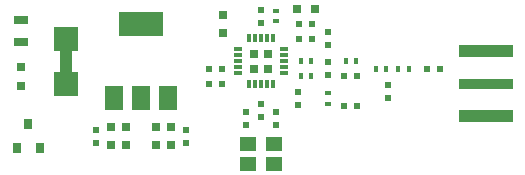
<source format=gbr>
%TF.GenerationSoftware,KiCad,Pcbnew,(5.1.6)-1*%
%TF.CreationDate,2020-07-26T08:56:46-05:00*%
%TF.ProjectId,nanoRT,6e616e6f-5254-42e6-9b69-6361645f7063,rev?*%
%TF.SameCoordinates,Original*%
%TF.FileFunction,Paste,Top*%
%TF.FilePolarity,Positive*%
%FSLAX46Y46*%
G04 Gerber Fmt 4.6, Leading zero omitted, Abs format (unit mm)*
G04 Created by KiCad (PCBNEW (5.1.6)-1) date 2020-07-26 08:56:46*
%MOMM*%
%LPD*%
G01*
G04 APERTURE LIST*
%ADD10R,1.998980X1.998980*%
%ADD11R,1.000000X2.000000*%
%ADD12R,4.560000X0.850000*%
%ADD13R,4.560000X1.000000*%
%ADD14R,0.600000X0.500000*%
%ADD15R,0.500000X0.600000*%
%ADD16R,0.750000X0.800000*%
%ADD17R,0.800000X0.750000*%
%ADD18R,0.800000X0.800000*%
%ADD19R,0.400000X0.600000*%
%ADD20R,0.600000X0.400000*%
%ADD21R,0.800000X0.900000*%
%ADD22R,1.300000X0.700000*%
%ADD23R,0.750000X0.750000*%
%ADD24R,0.300000X0.730000*%
%ADD25R,0.730000X0.300000*%
%ADD26R,1.500000X2.000000*%
%ADD27R,3.800000X2.000000*%
%ADD28R,1.400000X1.200000*%
G04 APERTURE END LIST*
D10*
%TO.C,JP1*%
X111760000Y-91440000D03*
X111760000Y-87630000D03*
D11*
X111760000Y-88900000D03*
X111760000Y-90170000D03*
%TD*%
D12*
%TO.C,J5*%
X147320000Y-91440000D03*
D13*
X147320000Y-94210000D03*
X147320000Y-88670000D03*
%TD*%
D14*
%TO.C,C1*%
X125010000Y-91440000D03*
X123910000Y-91440000D03*
%TD*%
D15*
%TO.C,C2*%
X127000000Y-93811000D03*
X127000000Y-94911000D03*
%TD*%
D16*
%TO.C,C3*%
X125095000Y-85610000D03*
X125095000Y-87110000D03*
%TD*%
D15*
%TO.C,C4*%
X129540000Y-94911000D03*
X129540000Y-93811000D03*
%TD*%
D14*
%TO.C,C5*%
X125010000Y-90170000D03*
X123910000Y-90170000D03*
%TD*%
D15*
%TO.C,C6*%
X128270000Y-85175000D03*
X128270000Y-86275000D03*
%TD*%
D16*
%TO.C,C7*%
X120650000Y-95135000D03*
X120650000Y-96635000D03*
%TD*%
D15*
%TO.C,C8*%
X128270000Y-93176000D03*
X128270000Y-94276000D03*
%TD*%
D16*
%TO.C,C9*%
X119380000Y-95135000D03*
X119380000Y-96635000D03*
%TD*%
D15*
%TO.C,C10*%
X131445000Y-92160000D03*
X131445000Y-93260000D03*
%TD*%
D14*
%TO.C,C11*%
X132630000Y-87630000D03*
X131530000Y-87630000D03*
%TD*%
D15*
%TO.C,C12*%
X133985000Y-90720000D03*
X133985000Y-89620000D03*
%TD*%
D14*
%TO.C,C13*%
X131530000Y-86360000D03*
X132630000Y-86360000D03*
%TD*%
D15*
%TO.C,C14*%
X133985000Y-88180000D03*
X133985000Y-87080000D03*
%TD*%
D14*
%TO.C,C15*%
X135340000Y-93345000D03*
X136440000Y-93345000D03*
%TD*%
D16*
%TO.C,C16*%
X116840000Y-96635000D03*
X116840000Y-95135000D03*
%TD*%
D17*
%TO.C,C17*%
X131330000Y-85090000D03*
X132830000Y-85090000D03*
%TD*%
D14*
%TO.C,C18*%
X136440000Y-90805000D03*
X135340000Y-90805000D03*
%TD*%
D16*
%TO.C,C19*%
X115570000Y-96635000D03*
X115570000Y-95135000D03*
%TD*%
D15*
%TO.C,C20*%
X139065000Y-92625000D03*
X139065000Y-91525000D03*
%TD*%
D14*
%TO.C,C21*%
X142325000Y-90170000D03*
X143425000Y-90170000D03*
%TD*%
D15*
%TO.C,C22*%
X121920000Y-96435000D03*
X121920000Y-95335000D03*
%TD*%
%TO.C,C23*%
X114300000Y-96435000D03*
X114300000Y-95335000D03*
%TD*%
D18*
%TO.C,D2*%
X107950000Y-91605000D03*
X107950000Y-90005000D03*
%TD*%
D19*
%TO.C,L1*%
X132530000Y-89535000D03*
X131630000Y-89535000D03*
%TD*%
%TO.C,L2*%
X131630000Y-90805000D03*
X132530000Y-90805000D03*
%TD*%
D20*
%TO.C,L3*%
X133985000Y-92260000D03*
X133985000Y-93160000D03*
%TD*%
D19*
%TO.C,L4*%
X136340000Y-89535000D03*
X135440000Y-89535000D03*
%TD*%
%TO.C,L5*%
X137980000Y-90170000D03*
X138880000Y-90170000D03*
%TD*%
%TO.C,L6*%
X140785000Y-90170000D03*
X139885000Y-90170000D03*
%TD*%
D21*
%TO.C,Q1*%
X108585000Y-94885000D03*
X109535000Y-96885000D03*
X107635000Y-96885000D03*
%TD*%
D20*
%TO.C,R2*%
X129540000Y-85275000D03*
X129540000Y-86175000D03*
%TD*%
D22*
%TO.C,R3*%
X107950000Y-87945000D03*
X107950000Y-86045000D03*
%TD*%
D23*
%TO.C,U1*%
X127645000Y-88910000D03*
X127645000Y-90160000D03*
X128895000Y-88910000D03*
X128895000Y-90160000D03*
D24*
X127270000Y-87570000D03*
X127770000Y-87570000D03*
X128270000Y-87570000D03*
X128770000Y-87570000D03*
X129270000Y-87570000D03*
D25*
X130235000Y-88535000D03*
X130235000Y-89035000D03*
X130235000Y-89535000D03*
X130235000Y-90035000D03*
X130235000Y-90535000D03*
D24*
X129270000Y-91500000D03*
X128770000Y-91500000D03*
X128270000Y-91500000D03*
X127770000Y-91500000D03*
X127270000Y-91500000D03*
D25*
X126305000Y-90535000D03*
X126305000Y-90035000D03*
X126305000Y-89535000D03*
X126305000Y-89035000D03*
X126305000Y-88535000D03*
%TD*%
D26*
%TO.C,U2*%
X115810000Y-92685000D03*
X120410000Y-92685000D03*
X118110000Y-92685000D03*
D27*
X118110000Y-86385000D03*
%TD*%
D28*
%TO.C,Y1*%
X127170000Y-96520000D03*
X129370000Y-96520000D03*
X129370000Y-98220000D03*
X127170000Y-98220000D03*
%TD*%
M02*

</source>
